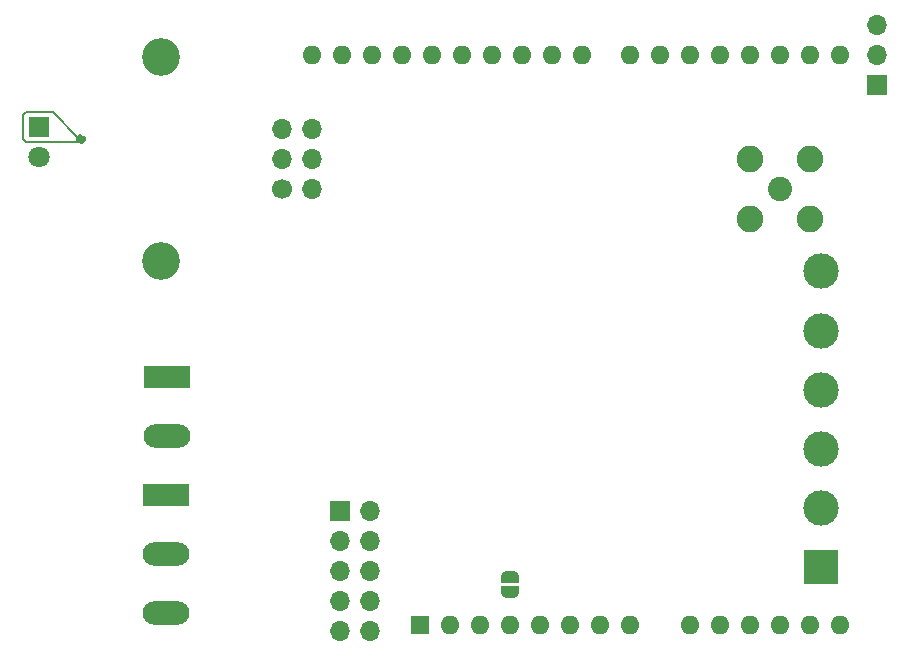
<source format=gbs>
G04 #@! TF.GenerationSoftware,KiCad,Pcbnew,6.0.10-86aedd382b~118~ubuntu22.04.1*
G04 #@! TF.CreationDate,2023-01-24T12:47:23+01:00*
G04 #@! TF.ProjectId,shield,73686965-6c64-42e6-9b69-6361645f7063,rev?*
G04 #@! TF.SameCoordinates,Original*
G04 #@! TF.FileFunction,Soldermask,Bot*
G04 #@! TF.FilePolarity,Negative*
%FSLAX46Y46*%
G04 Gerber Fmt 4.6, Leading zero omitted, Abs format (unit mm)*
G04 Created by KiCad (PCBNEW 6.0.10-86aedd382b~118~ubuntu22.04.1) date 2023-01-24 12:47:23*
%MOMM*%
%LPD*%
G01*
G04 APERTURE LIST*
G04 Aperture macros list*
%AMFreePoly0*
4,1,22,0.500000,-0.750000,0.000000,-0.750000,0.000000,-0.745033,-0.079941,-0.743568,-0.215256,-0.701293,-0.333266,-0.622738,-0.424486,-0.514219,-0.481581,-0.384460,-0.499164,-0.250000,-0.500000,-0.250000,-0.500000,0.250000,-0.499164,0.250000,-0.499963,0.256109,-0.478152,0.396186,-0.417904,0.524511,-0.324060,0.630769,-0.204165,0.706417,-0.067858,0.745374,0.000000,0.744959,0.000000,0.750000,
0.500000,0.750000,0.500000,-0.750000,0.500000,-0.750000,$1*%
%AMFreePoly1*
4,1,20,0.000000,0.744959,0.073905,0.744508,0.209726,0.703889,0.328688,0.626782,0.421226,0.519385,0.479903,0.390333,0.500000,0.250000,0.500000,-0.250000,0.499851,-0.262216,0.476331,-0.402017,0.414519,-0.529596,0.319384,-0.634700,0.198574,-0.708877,0.061801,-0.746166,0.000000,-0.745033,0.000000,-0.750000,-0.500000,-0.750000,-0.500000,0.750000,0.000000,0.750000,0.000000,0.744959,
0.000000,0.744959,$1*%
G04 Aperture macros list end*
%ADD10C,0.150000*%
%ADD11C,0.600000*%
%ADD12C,2.050000*%
%ADD13C,2.250000*%
%ADD14R,1.700000X1.700000*%
%ADD15O,1.700000X1.700000*%
%ADD16R,1.800000X1.800000*%
%ADD17C,1.800000*%
%ADD18R,3.960000X1.980000*%
%ADD19O,3.960000X1.980000*%
%ADD20C,3.200000*%
%ADD21C,1.700000*%
%ADD22R,3.000000X3.000000*%
%ADD23C,3.000000*%
%ADD24FreePoly0,270.000000*%
%ADD25FreePoly1,270.000000*%
%ADD26R,1.600000X1.600000*%
%ADD27O,1.600000X1.600000*%
G04 APERTURE END LIST*
D10*
X116078000Y-80899000D02*
X116332000Y-80645000D01*
X116332000Y-80645000D02*
X118618000Y-80645000D01*
X116332000Y-83185000D02*
X120777000Y-83185000D01*
X116078000Y-82931000D02*
X116078000Y-80899000D01*
X116332000Y-83185000D02*
X116078000Y-82931000D01*
D11*
X121181000Y-82931000D02*
G75*
G03*
X121181000Y-82931000I-150000J0D01*
G01*
D10*
X118618000Y-80645000D02*
X120777000Y-82804000D01*
D12*
X180213000Y-87122000D03*
D13*
X177673000Y-84582000D03*
X182753000Y-84582000D03*
X177673000Y-89662000D03*
X182753000Y-89662000D03*
D14*
X142997000Y-114432000D03*
D15*
X145537000Y-114432000D03*
X142997000Y-116972000D03*
X145537000Y-116972000D03*
X142997000Y-119512000D03*
X145537000Y-119512000D03*
X142997000Y-122052000D03*
X145537000Y-122052000D03*
X142997000Y-124592000D03*
X145537000Y-124592000D03*
D16*
X117475000Y-81910000D03*
D17*
X117475000Y-84450000D03*
D18*
X128260000Y-113069000D03*
D19*
X128260000Y-118069000D03*
X128260000Y-123069000D03*
D20*
X127762000Y-93218000D03*
X127762000Y-75946000D03*
D14*
X188443000Y-78344000D03*
D15*
X188443000Y-75804000D03*
X188443000Y-73264000D03*
D18*
X128270000Y-103077000D03*
D19*
X128270000Y-108077000D03*
D21*
X138049000Y-87122000D03*
D15*
X140589000Y-87122000D03*
X138049000Y-84582000D03*
X140589000Y-84582000D03*
X138049000Y-82042000D03*
X140589000Y-82042000D03*
D22*
X183642000Y-119126000D03*
D23*
X183642000Y-114126000D03*
X183642000Y-109126000D03*
X183642000Y-104126000D03*
X183642000Y-99126000D03*
X183642000Y-94126000D03*
D24*
X157353000Y-120000000D03*
D25*
X157353000Y-121300000D03*
D26*
X149733000Y-124079000D03*
D27*
X152273000Y-124079000D03*
X154813000Y-124079000D03*
X157353000Y-124079000D03*
X159893000Y-124079000D03*
X162433000Y-124079000D03*
X164973000Y-124079000D03*
X167513000Y-124079000D03*
X172593000Y-124079000D03*
X175133000Y-124079000D03*
X177673000Y-124079000D03*
X180213000Y-124079000D03*
X182753000Y-124079000D03*
X185293000Y-124079000D03*
X185293000Y-75819000D03*
X182753000Y-75819000D03*
X180213000Y-75819000D03*
X177673000Y-75819000D03*
X175133000Y-75819000D03*
X172593000Y-75819000D03*
X170053000Y-75819000D03*
X167513000Y-75819000D03*
X163453000Y-75819000D03*
X160913000Y-75819000D03*
X158373000Y-75819000D03*
X155833000Y-75819000D03*
X153293000Y-75819000D03*
X150753000Y-75819000D03*
X148213000Y-75819000D03*
X145673000Y-75819000D03*
X143133000Y-75819000D03*
X140593000Y-75819000D03*
M02*

</source>
